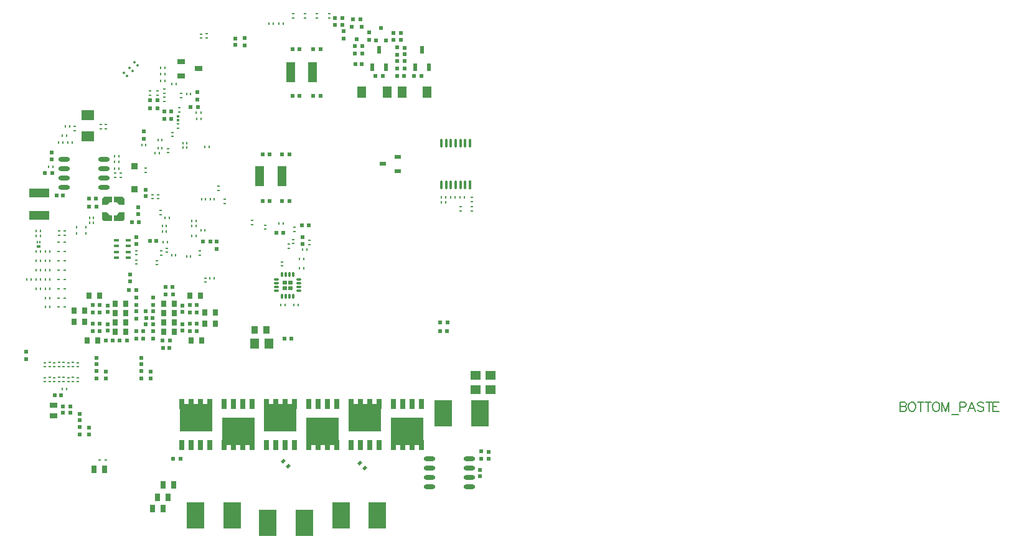
<source format=gbp>
G04*
G04 #@! TF.GenerationSoftware,Altium Limited,Altium Designer,24.1.2 (44)*
G04*
G04 Layer_Color=128*
%FSLAX44Y44*%
%MOMM*%
G71*
G04*
G04 #@! TF.SameCoordinates,3E41DE66-C22E-4A43-A9AF-2340ABB4EF3F*
G04*
G04*
G04 #@! TF.FilePolarity,Positive*
G04*
G01*
G75*
%ADD20C,0.1778*%
%ADD47R,0.9500X1.0000*%
%ADD59R,0.3200X0.2600*%
%ADD60R,0.6200X0.6200*%
%ADD61R,0.2600X0.3200*%
%ADD62R,0.6200X0.6200*%
%ADD64R,1.7780X1.3970*%
%ADD65R,0.2500X0.3000*%
%ADD66R,0.5000X0.4750*%
%ADD67O,0.3500X1.2500*%
%ADD68R,0.3500X1.2500*%
%ADD71R,0.3600X0.2500*%
%ADD74R,1.4500X1.1500*%
%ADD78R,1.1500X2.7000*%
%ADD79R,0.7700X0.9800*%
G04:AMPARAMS|DCode=81|XSize=0.5mm|YSize=0.475mm|CornerRadius=0mm|HoleSize=0mm|Usage=FLASHONLY|Rotation=225.000|XOffset=0mm|YOffset=0mm|HoleType=Round|Shape=Rectangle|*
%AMROTATEDRECTD81*
4,1,4,0.0088,0.3447,0.3447,0.0088,-0.0088,-0.3447,-0.3447,-0.0088,0.0088,0.3447,0.0*
%
%ADD81ROTATEDRECTD81*%

%ADD83R,0.4750X0.5000*%
%ADD191O,0.7874X0.2794*%
%ADD192O,0.2794X0.7874*%
%ADD194R,0.5000X0.5000*%
%ADD195R,4.5200X3.8500*%
%ADD196R,0.7100X1.3720*%
%ADD197O,1.5500X0.6000*%
%ADD198R,0.6000X1.0000*%
%ADD199R,1.0500X0.6604*%
%ADD200O,1.5500X0.6000*%
%ADD201R,0.9500X0.9000*%
%ADD202R,2.4892X3.6068*%
%ADD203R,1.2500X1.5000*%
%ADD204R,0.6500X0.9000*%
%ADD205R,0.3000X0.2500*%
%ADD207R,0.4000X0.3000*%
%ADD208R,0.9800X0.7700*%
%ADD209R,0.8000X0.4000*%
%ADD211R,1.1500X1.4500*%
%ADD212R,0.6000X0.3500*%
%ADD213R,0.1905X0.3500*%
%ADD214R,0.9500X0.6000*%
%ADD215R,2.7000X1.1500*%
%ADD216R,0.2500X0.3600*%
G04:AMPARAMS|DCode=217|XSize=0.3mm|YSize=0.25mm|CornerRadius=0mm|HoleSize=0mm|Usage=FLASHONLY|Rotation=225.000|XOffset=0mm|YOffset=0mm|HoleType=Round|Shape=Rectangle|*
%AMROTATEDRECTD217*
4,1,4,0.0177,0.1945,0.1945,0.0177,-0.0177,-0.1945,-0.1945,-0.0177,0.0177,0.1945,0.0*
%
%ADD217ROTATEDRECTD217*%

G36*
X-238760Y95250D02*
X-242570D01*
X-245745Y99060D01*
X-252730D01*
Y90170D01*
X-250190Y87630D01*
X-238760D01*
Y95250D01*
D01*
D02*
G37*
G36*
X-222250Y99060D02*
X-229235D01*
X-232410Y95250D01*
X-236220D01*
Y87630D01*
X-224790D01*
X-222250Y90170D01*
Y99060D01*
D01*
D02*
G37*
G36*
X-238760Y120650D02*
X-250190D01*
X-252730Y118110D01*
Y109220D01*
X-245745D01*
X-242570Y113030D01*
X-238760D01*
Y120650D01*
D01*
D02*
G37*
G36*
X-222250Y118110D02*
X-224790Y120650D01*
X-236220D01*
Y113030D01*
X-232410D01*
X-229235Y109220D01*
X-222250D01*
Y118110D01*
D01*
D02*
G37*
G36*
X-1016Y-6604D02*
X-6604D01*
Y-1016D01*
X-1016D01*
Y-6604D01*
D02*
G37*
G36*
Y1016D02*
X-6604D01*
Y6604D01*
X-1016D01*
Y1016D01*
D02*
G37*
G36*
X6604Y-6604D02*
X1016D01*
Y-1016D01*
X6604D01*
Y-6604D01*
D02*
G37*
G36*
Y1016D02*
X1016D01*
Y6604D01*
X6604D01*
Y1016D01*
D02*
G37*
D20*
X833120Y-158753D02*
Y-171450D01*
Y-158753D02*
X838562D01*
X840376Y-159357D01*
X840980Y-159962D01*
X841585Y-161171D01*
Y-162381D01*
X840980Y-163590D01*
X840376Y-164194D01*
X838562Y-164799D01*
X833120D02*
X838562D01*
X840376Y-165404D01*
X840980Y-166008D01*
X841585Y-167218D01*
Y-169032D01*
X840980Y-170241D01*
X840376Y-170845D01*
X838562Y-171450D01*
X833120D01*
X848054Y-158753D02*
X846845Y-159357D01*
X845636Y-160567D01*
X845031Y-161776D01*
X844427Y-163590D01*
Y-166613D01*
X845031Y-168427D01*
X845636Y-169636D01*
X846845Y-170845D01*
X848054Y-171450D01*
X850473D01*
X851682Y-170845D01*
X852891Y-169636D01*
X853496Y-168427D01*
X854101Y-166613D01*
Y-163590D01*
X853496Y-161776D01*
X852891Y-160567D01*
X851682Y-159357D01*
X850473Y-158753D01*
X848054D01*
X861296D02*
Y-171450D01*
X857063Y-158753D02*
X865528D01*
X871272D02*
Y-171450D01*
X867040Y-158753D02*
X875505D01*
X880644D02*
X879435Y-159357D01*
X878226Y-160567D01*
X877621Y-161776D01*
X877016Y-163590D01*
Y-166613D01*
X877621Y-168427D01*
X878226Y-169636D01*
X879435Y-170845D01*
X880644Y-171450D01*
X883063D01*
X884272Y-170845D01*
X885481Y-169636D01*
X886086Y-168427D01*
X886690Y-166613D01*
Y-163590D01*
X886086Y-161776D01*
X885481Y-160567D01*
X884272Y-159357D01*
X883063Y-158753D01*
X880644D01*
X889653D02*
Y-171450D01*
Y-158753D02*
X894490Y-171450D01*
X899327Y-158753D02*
X894490Y-171450D01*
X899327Y-158753D02*
Y-171450D01*
X902955Y-175682D02*
X912629D01*
X914262Y-165404D02*
X919703D01*
X921517Y-164799D01*
X922122Y-164194D01*
X922727Y-162985D01*
Y-161171D01*
X922122Y-159962D01*
X921517Y-159357D01*
X919703Y-158753D01*
X914262D01*
Y-171450D01*
X935242D02*
X930405Y-158753D01*
X925568Y-171450D01*
X927382Y-167218D02*
X933428D01*
X946670Y-160567D02*
X945461Y-159357D01*
X943647Y-158753D01*
X941228D01*
X939414Y-159357D01*
X938205Y-160567D01*
Y-161776D01*
X938810Y-162985D01*
X939414Y-163590D01*
X940624Y-164194D01*
X944251Y-165404D01*
X945461Y-166008D01*
X946065Y-166613D01*
X946670Y-167822D01*
Y-169636D01*
X945461Y-170845D01*
X943647Y-171450D01*
X941228D01*
X939414Y-170845D01*
X938205Y-169636D01*
X953744Y-158753D02*
Y-171450D01*
X949512Y-158753D02*
X957977D01*
X967348D02*
X959488D01*
Y-171450D01*
X967348D01*
X959488Y-164799D02*
X964325D01*
D47*
X-28831Y-60960D02*
D03*
X-44831D02*
D03*
D59*
X7620Y56990D02*
D03*
Y62390D02*
D03*
X-30975Y76243D02*
D03*
Y81643D02*
D03*
X-330200Y-125570D02*
D03*
Y-130970D02*
D03*
X-317500Y-125570D02*
D03*
Y-130970D02*
D03*
X250190Y106840D02*
D03*
Y101440D02*
D03*
X-285750Y-130970D02*
D03*
Y-125570D02*
D03*
X-298450Y-130970D02*
D03*
Y-125570D02*
D03*
X-285750Y-105250D02*
D03*
Y-110650D02*
D03*
X-298450D02*
D03*
Y-105250D02*
D03*
X-330200Y-110650D02*
D03*
Y-105250D02*
D03*
X-317500Y-110650D02*
D03*
Y-105250D02*
D03*
X-148820Y213993D02*
D03*
Y219393D02*
D03*
X-162321Y185640D02*
D03*
Y180240D02*
D03*
X-156540Y202742D02*
D03*
Y208141D02*
D03*
X-193074Y153769D02*
D03*
Y159169D02*
D03*
X-253999Y213200D02*
D03*
Y218600D02*
D03*
X-247649Y213200D02*
D03*
Y218600D02*
D03*
X-119380Y46642D02*
D03*
Y41242D02*
D03*
X-163936Y50642D02*
D03*
Y45242D02*
D03*
X-7620Y31910D02*
D03*
Y26510D02*
D03*
X-171736Y41342D02*
D03*
Y46742D02*
D03*
X-205740Y47150D02*
D03*
Y41750D02*
D03*
X-178239Y33743D02*
D03*
Y28343D02*
D03*
X-205740Y34450D02*
D03*
Y29050D02*
D03*
X-183641Y123350D02*
D03*
Y117950D02*
D03*
X-176021D02*
D03*
Y123350D02*
D03*
X-111760Y9812D02*
D03*
Y4412D02*
D03*
X-234951Y152560D02*
D03*
Y147160D02*
D03*
X-227331Y152560D02*
D03*
Y147160D02*
D03*
X-118109Y336390D02*
D03*
Y341790D02*
D03*
X-167639Y261460D02*
D03*
Y266860D02*
D03*
D60*
X19629Y81280D02*
D03*
X28629D02*
D03*
X-14986Y71374D02*
D03*
X-5986D02*
D03*
X-314379Y121919D02*
D03*
X-305379D02*
D03*
X-269929Y118109D02*
D03*
X-260929D02*
D03*
X-33709Y114299D02*
D03*
X-24709D02*
D03*
Y177799D02*
D03*
X-33709D02*
D03*
X216589Y-62229D02*
D03*
X207589D02*
D03*
X-4318Y-72390D02*
D03*
X4682D02*
D03*
X-123769Y-26670D02*
D03*
X-132769D02*
D03*
X-192461Y-44450D02*
D03*
X-183461D02*
D03*
X-165791Y-2540D02*
D03*
X-156791D02*
D03*
X-132771Y-36830D02*
D03*
X-123771D02*
D03*
X-132769Y-62230D02*
D03*
X-123769D02*
D03*
X-264851Y-26670D02*
D03*
X-255851D02*
D03*
X-169601Y-85090D02*
D03*
X-160601D02*
D03*
X-132771Y-52070D02*
D03*
X-123771D02*
D03*
X-255849Y-36830D02*
D03*
X-264849D02*
D03*
X-264851Y-62230D02*
D03*
X-255851D02*
D03*
X-247071Y-74930D02*
D03*
X-238071D02*
D03*
X-255849Y-52070D02*
D03*
X-264849D02*
D03*
X15931Y257809D02*
D03*
X6931D02*
D03*
X15931Y321309D02*
D03*
X6931D02*
D03*
X-307919Y-149860D02*
D03*
X-316919D02*
D03*
X149169Y284480D02*
D03*
X158169D02*
D03*
X92019Y300991D02*
D03*
X101019D02*
D03*
X-187635Y60198D02*
D03*
X-178635D02*
D03*
X-211511Y85598D02*
D03*
X-202511D02*
D03*
D61*
X-336390Y45720D02*
D03*
X-341790Y45720D02*
D03*
X-349090Y7620D02*
D03*
X-354490Y7620D02*
D03*
X-300830Y-140970D02*
D03*
X-306230D02*
D03*
X234790Y119380D02*
D03*
X240190D02*
D03*
X-137320Y260350D02*
D03*
X-131920D02*
D03*
X-117950Y226060D02*
D03*
X-123350D02*
D03*
X-152010Y273547D02*
D03*
X-157410D02*
D03*
X-142519Y187338D02*
D03*
X-137119D02*
D03*
X-142519Y193545D02*
D03*
X-137119D02*
D03*
X-176272Y197941D02*
D03*
X-170872D02*
D03*
X-180023Y179939D02*
D03*
X-174622D02*
D03*
X-193132Y190440D02*
D03*
X-198532D02*
D03*
X-176272Y186182D02*
D03*
X-170872D02*
D03*
X-264000Y85090D02*
D03*
X-269400D02*
D03*
X-264000Y91441D02*
D03*
X-269400D02*
D03*
X-130239Y87593D02*
D03*
X-124838D02*
D03*
X-130239Y81093D02*
D03*
X-124838D02*
D03*
X-130239Y66793D02*
D03*
X-124838D02*
D03*
X-131988Y39491D02*
D03*
X-137388D02*
D03*
X-163868Y58991D02*
D03*
X-169268D02*
D03*
X227490Y119380D02*
D03*
X222090D02*
D03*
X-165138Y73290D02*
D03*
X-170538D02*
D03*
X-6190Y83820D02*
D03*
X-11590D02*
D03*
X-165138Y81090D02*
D03*
X-170538D02*
D03*
X-161130Y91440D02*
D03*
X-166530D02*
D03*
X-152240Y40640D02*
D03*
X-157640D02*
D03*
X-117762Y74930D02*
D03*
X-112362D02*
D03*
X-117000Y117349D02*
D03*
X-111600D02*
D03*
X-100170Y9651D02*
D03*
X-105570D02*
D03*
X-105062Y117347D02*
D03*
X-99662D02*
D03*
X-11590Y355600D02*
D03*
X-6190D02*
D03*
X20414Y48260D02*
D03*
X25814D02*
D03*
D62*
X-321309Y171451D02*
D03*
Y180451D02*
D03*
X261619Y-259771D02*
D03*
Y-250771D02*
D03*
X273049Y-235641D02*
D03*
Y-226641D02*
D03*
X-186690Y-117419D02*
D03*
Y-126419D02*
D03*
X-247650Y-117419D02*
D03*
Y-126419D02*
D03*
X-270510Y-193619D02*
D03*
Y-202619D02*
D03*
X-199390Y-98369D02*
D03*
Y-107369D02*
D03*
X-260350Y-98369D02*
D03*
Y-107369D02*
D03*
X-283210Y-174569D02*
D03*
Y-183569D02*
D03*
X-143510Y-27249D02*
D03*
Y-36249D02*
D03*
Y-61651D02*
D03*
Y-52651D02*
D03*
X-245110Y-27249D02*
D03*
Y-36249D02*
D03*
X-214630Y14661D02*
D03*
Y5661D02*
D03*
X-245110Y-61651D02*
D03*
Y-52651D02*
D03*
X-306070Y-164409D02*
D03*
Y-173409D02*
D03*
X-295910Y-164409D02*
D03*
Y-173409D02*
D03*
X158750Y314269D02*
D03*
Y323269D02*
D03*
X-205740Y56459D02*
D03*
Y65459D02*
D03*
X-193040Y130231D02*
D03*
Y121231D02*
D03*
X-203201Y97099D02*
D03*
Y106099D02*
D03*
X-71119Y335971D02*
D03*
Y326971D02*
D03*
X20320Y65461D02*
D03*
Y56461D02*
D03*
D64*
X-271781Y202565D02*
D03*
Y231775D02*
D03*
D65*
X-336090Y33020D02*
D03*
X-342090Y33020D02*
D03*
X-336090Y-5080D02*
D03*
X-342090Y-5080D02*
D03*
X-329390Y-29210D02*
D03*
X-323390D02*
D03*
X-329390Y-17780D02*
D03*
X-323390Y-17780D02*
D03*
X-329390Y-5080D02*
D03*
X-323390Y-5080D02*
D03*
X-329390Y7620D02*
D03*
X-323390Y7620D02*
D03*
X-329390Y20320D02*
D03*
X-323390Y20320D02*
D03*
X-329390Y45720D02*
D03*
X-323390D02*
D03*
X-342090Y7620D02*
D03*
X-336090D02*
D03*
Y73660D02*
D03*
X-342090Y73660D02*
D03*
X-336090Y67310D02*
D03*
X-342090Y67310D02*
D03*
X-311610Y194310D02*
D03*
X-305610D02*
D03*
X-296720Y215900D02*
D03*
X-302720D02*
D03*
X-106676Y188341D02*
D03*
X-112676D02*
D03*
X-124158Y234950D02*
D03*
X-118158D02*
D03*
X-173180Y278130D02*
D03*
X-167180D02*
D03*
X-173180Y287021D02*
D03*
X-167180D02*
D03*
X-173180Y295911D02*
D03*
X-167180D02*
D03*
X-235411Y175260D02*
D03*
X-229411D02*
D03*
Y167642D02*
D03*
X-235411D02*
D03*
X-229410Y158751D02*
D03*
X-235410D02*
D03*
X8430Y-26670D02*
D03*
X14430D02*
D03*
X-325580Y161289D02*
D03*
X-319580D02*
D03*
X16050Y22860D02*
D03*
X22050D02*
D03*
X16050Y35560D02*
D03*
X22050D02*
D03*
X-336090Y20320D02*
D03*
X-342090Y20320D02*
D03*
X-329390Y33020D02*
D03*
X-323390Y33020D02*
D03*
X-3350Y-26670D02*
D03*
X-9350D02*
D03*
X215090Y113030D02*
D03*
X209090D02*
D03*
Y119380D02*
D03*
X215090D02*
D03*
X-298910Y194310D02*
D03*
X-292910D02*
D03*
X-19860Y355600D02*
D03*
X-25860D02*
D03*
X-306530Y203200D02*
D03*
X-300530D02*
D03*
D66*
X-96521Y49485D02*
D03*
Y59735D02*
D03*
X-260350Y-127044D02*
D03*
Y-116794D02*
D03*
X-199390D02*
D03*
Y-127044D02*
D03*
X262891Y-226015D02*
D03*
Y-236265D02*
D03*
X-283210Y-192994D02*
D03*
Y-203244D02*
D03*
X-182880Y-26716D02*
D03*
Y-16466D02*
D03*
Y-62184D02*
D03*
Y-72434D02*
D03*
X-205740Y-26716D02*
D03*
Y-16466D02*
D03*
Y-35514D02*
D03*
Y-45764D02*
D03*
Y-62184D02*
D03*
Y-72434D02*
D03*
X-196850Y-62184D02*
D03*
Y-72434D02*
D03*
X110490Y333964D02*
D03*
Y344214D02*
D03*
X148590Y323896D02*
D03*
Y313646D02*
D03*
X76200Y345486D02*
D03*
Y335236D02*
D03*
X-58421Y326345D02*
D03*
Y336595D02*
D03*
X-177419Y251383D02*
D03*
Y241133D02*
D03*
X-186829Y251383D02*
D03*
Y241133D02*
D03*
X-196089Y209594D02*
D03*
Y199344D02*
D03*
X-355600Y-100376D02*
D03*
Y-90126D02*
D03*
X-158750Y236265D02*
D03*
Y226015D02*
D03*
X-167640Y236265D02*
D03*
Y226015D02*
D03*
X-123190Y262935D02*
D03*
Y252685D02*
D03*
D67*
X241600Y136850D02*
D03*
X235100D02*
D03*
X228600D02*
D03*
X222100D02*
D03*
X215600D02*
D03*
X209100D02*
D03*
X248100Y193350D02*
D03*
X241600D02*
D03*
X235100D02*
D03*
X228600D02*
D03*
X222100D02*
D03*
X215600D02*
D03*
X209100D02*
D03*
D68*
X248100Y136850D02*
D03*
D71*
X-255659Y-237490D02*
D03*
X-247259D02*
D03*
X-303141Y-17780D02*
D03*
X-311541D02*
D03*
X-303141Y-29210D02*
D03*
X-311541D02*
D03*
X-303141Y-5080D02*
D03*
X-311541D02*
D03*
X-303141Y7620D02*
D03*
X-311541D02*
D03*
X-303141Y20320D02*
D03*
X-311541D02*
D03*
X-303141Y33020D02*
D03*
X-311541D02*
D03*
X-303141Y45720D02*
D03*
X-311541D02*
D03*
X-303141Y58420D02*
D03*
X-311541D02*
D03*
D74*
X275589Y-142080D02*
D03*
Y-122080D02*
D03*
X255269Y-142080D02*
D03*
Y-122080D02*
D03*
D78*
X34053Y289557D02*
D03*
X4053D02*
D03*
X-7857Y148588D02*
D03*
X-37857D02*
D03*
D79*
X-263690Y-250190D02*
D03*
X-249390D02*
D03*
X-183680Y-303530D02*
D03*
X-169380D02*
D03*
X-177330Y-288290D02*
D03*
X-163030D02*
D03*
X-169710Y-271780D02*
D03*
X-155410D02*
D03*
D81*
X105223Y-248733D02*
D03*
X97976Y-241486D02*
D03*
X1083Y-246193D02*
D03*
X-6164Y-238946D02*
D03*
D83*
X-132126Y242570D02*
D03*
X-121876D02*
D03*
X-115615Y59691D02*
D03*
X-105365D02*
D03*
X2585Y177799D02*
D03*
X-7665D02*
D03*
X2585Y114299D02*
D03*
X-7665D02*
D03*
X217215Y-50801D02*
D03*
X206965D02*
D03*
X64216Y354330D02*
D03*
X74466D02*
D03*
X64216Y363220D02*
D03*
X74466D02*
D03*
X-155910Y-12700D02*
D03*
X-166160D02*
D03*
X-182834Y-35560D02*
D03*
X-193084D02*
D03*
X-159974Y-74930D02*
D03*
X-170224D02*
D03*
X-182834Y-53340D02*
D03*
X-193084D02*
D03*
X-215946Y-6350D02*
D03*
X-205696D02*
D03*
X-228900Y-74930D02*
D03*
X-218650D02*
D03*
X-330245Y152401D02*
D03*
X-319995D02*
D03*
X99106Y361950D02*
D03*
X88856D02*
D03*
X143464Y334010D02*
D03*
X153714D02*
D03*
X153716Y342900D02*
D03*
X143466D02*
D03*
X148544Y304800D02*
D03*
X158794D02*
D03*
X91395Y325121D02*
D03*
X101645D02*
D03*
X158796Y294640D02*
D03*
X148546D02*
D03*
X101645Y314959D02*
D03*
X91395D02*
D03*
X129586Y284480D02*
D03*
X119336D02*
D03*
X181656D02*
D03*
X171406D02*
D03*
X44495Y321309D02*
D03*
X34245D02*
D03*
X44495Y257809D02*
D03*
X34245D02*
D03*
X-270555Y106681D02*
D03*
X-260305D02*
D03*
X-156256Y-236220D02*
D03*
X-146006D02*
D03*
D191*
X14937Y-7500D02*
D03*
Y-2500D02*
D03*
Y2500D02*
D03*
Y7500D02*
D03*
X-14937Y-7500D02*
D03*
Y-2500D02*
D03*
Y2500D02*
D03*
Y7500D02*
D03*
D192*
X-7500Y14937D02*
D03*
Y-14937D02*
D03*
X-2500Y14937D02*
D03*
Y-14937D02*
D03*
X2500Y14937D02*
D03*
Y-14937D02*
D03*
X7500Y14937D02*
D03*
Y-14937D02*
D03*
D194*
X93980Y334399D02*
D03*
X100480Y351399D02*
D03*
X87480D02*
D03*
X127000Y350131D02*
D03*
X120500Y333131D02*
D03*
X133500D02*
D03*
D195*
X162543Y-198883D02*
D03*
X-67352D02*
D03*
X105069Y-180084D02*
D03*
X-9878D02*
D03*
X-124825D02*
D03*
X47595Y-198883D02*
D03*
D196*
X181593Y-217185D02*
D03*
X168893D02*
D03*
X156193D02*
D03*
X143493D02*
D03*
X181593Y-161785D02*
D03*
X168893D02*
D03*
X156193D02*
D03*
X143493D02*
D03*
X-86402D02*
D03*
X-73702D02*
D03*
X-61002D02*
D03*
X-48302D02*
D03*
X-86402Y-217185D02*
D03*
X-73702D02*
D03*
X-61002D02*
D03*
X-48302D02*
D03*
X86019Y-161782D02*
D03*
X98719D02*
D03*
X111419D02*
D03*
X124119D02*
D03*
X86019Y-217182D02*
D03*
X98719D02*
D03*
X111419D02*
D03*
X124119D02*
D03*
X-28928Y-161782D02*
D03*
X-16228D02*
D03*
X-3528D02*
D03*
X9172D02*
D03*
X-28928Y-217182D02*
D03*
X-16228D02*
D03*
X-3528D02*
D03*
X9172D02*
D03*
X-143876Y-161782D02*
D03*
X-131175D02*
D03*
X-118476D02*
D03*
X-105775D02*
D03*
X-143876Y-217182D02*
D03*
X-131175D02*
D03*
X-118476D02*
D03*
X-105775D02*
D03*
X28545Y-161785D02*
D03*
X41245D02*
D03*
X53945D02*
D03*
X66645D02*
D03*
X28545Y-217185D02*
D03*
X41245D02*
D03*
X53945D02*
D03*
X66645D02*
D03*
D197*
X192710Y-274319D02*
D03*
Y-261619D02*
D03*
Y-248919D02*
D03*
Y-236219D02*
D03*
X246710D02*
D03*
Y-248919D02*
D03*
Y-261619D02*
D03*
Y-274319D02*
D03*
D198*
X182880Y320611D02*
D03*
X173380Y296611D02*
D03*
X192380D02*
D03*
X124461Y320611D02*
D03*
X114961Y296611D02*
D03*
X133961D02*
D03*
D199*
X-121600Y294640D02*
D03*
X-145100Y304140D02*
D03*
Y285140D02*
D03*
D200*
X-303860Y133351D02*
D03*
Y146051D02*
D03*
Y158751D02*
D03*
Y171451D02*
D03*
X-249860Y133351D02*
D03*
Y146051D02*
D03*
Y158751D02*
D03*
Y171451D02*
D03*
D201*
X-208283Y161799D02*
D03*
Y130299D02*
D03*
D202*
X261167Y-173990D02*
D03*
X211274D02*
D03*
X122181Y-312980D02*
D03*
X72288D02*
D03*
X22718Y-322858D02*
D03*
X-27174D02*
D03*
X-75167Y-312980D02*
D03*
X-125059D02*
D03*
D203*
X189969Y262890D02*
D03*
X155469D02*
D03*
X100861D02*
D03*
X135361D02*
D03*
D204*
X-234579Y-50800D02*
D03*
X-220079D02*
D03*
X-118481Y-13970D02*
D03*
X-132981D02*
D03*
X-154041Y-25400D02*
D03*
X-168541D02*
D03*
X-98161Y-36830D02*
D03*
X-112661D02*
D03*
X-154041Y-38100D02*
D03*
X-168541D02*
D03*
X-117211Y-74930D02*
D03*
X-131711D02*
D03*
X-154041Y-63500D02*
D03*
X-168541D02*
D03*
X-98161Y-52070D02*
D03*
X-112661D02*
D03*
X-154041Y-50800D02*
D03*
X-168541D02*
D03*
X-270139Y-13970D02*
D03*
X-255639D02*
D03*
X-234579Y-25400D02*
D03*
X-220079D02*
D03*
X-275959Y-34290D02*
D03*
X-290459D02*
D03*
X-234579Y-38100D02*
D03*
X-220079D02*
D03*
X-272679Y-74930D02*
D03*
X-258179D02*
D03*
X-234579Y-63500D02*
D03*
X-220079D02*
D03*
X-290459Y-49530D02*
D03*
X-275959D02*
D03*
D205*
X-144780Y254810D02*
D03*
Y260810D02*
D03*
X-48261Y88090D02*
D03*
Y82090D02*
D03*
X-172466Y96060D02*
D03*
Y102060D02*
D03*
X-303530Y74120D02*
D03*
Y68120D02*
D03*
X-311150D02*
D03*
X-311150Y74120D02*
D03*
Y-125270D02*
D03*
Y-131270D02*
D03*
X-323850D02*
D03*
X-323850Y-125270D02*
D03*
X234950Y107140D02*
D03*
Y101140D02*
D03*
X250190Y119840D02*
D03*
Y113840D02*
D03*
X-304800Y-131270D02*
D03*
X-304800Y-125270D02*
D03*
X-292100Y-131270D02*
D03*
Y-125270D02*
D03*
X-304800Y-110950D02*
D03*
Y-104950D02*
D03*
X-292100D02*
D03*
Y-110950D02*
D03*
X-311150Y-104950D02*
D03*
Y-110950D02*
D03*
X-323850Y-104950D02*
D03*
Y-110950D02*
D03*
X7112Y363268D02*
D03*
Y369268D02*
D03*
X23541Y363268D02*
D03*
Y369268D02*
D03*
X-147320Y241760D02*
D03*
Y235760D02*
D03*
X39969Y363268D02*
D03*
Y369268D02*
D03*
X-85598Y111300D02*
D03*
Y117300D02*
D03*
X-93981Y129081D02*
D03*
Y135081D02*
D03*
X56398Y363268D02*
D03*
Y369268D02*
D03*
X-177419Y258496D02*
D03*
Y264496D02*
D03*
X-186829Y258496D02*
D03*
Y264496D02*
D03*
X-110489Y336090D02*
D03*
Y342090D02*
D03*
X-289560Y216360D02*
D03*
Y210360D02*
D03*
X-167641Y255730D02*
D03*
Y249730D02*
D03*
X8890Y73200D02*
D03*
Y79200D02*
D03*
X1270Y50340D02*
D03*
Y56340D02*
D03*
X29210Y61420D02*
D03*
Y55420D02*
D03*
D207*
X-148820Y229595D02*
D03*
Y224795D02*
D03*
D208*
X-318770Y-177330D02*
D03*
Y-163030D02*
D03*
D209*
X-232789Y37529D02*
D03*
Y45529D02*
D03*
Y53529D02*
D03*
Y61529D02*
D03*
X-216789Y37529D02*
D03*
Y45529D02*
D03*
Y61529D02*
D03*
Y53529D02*
D03*
D211*
X-25146Y-78994D02*
D03*
X-45146D02*
D03*
D212*
X-339090Y52629D02*
D03*
D213*
X-337340Y59129D02*
D03*
X-340840D02*
D03*
D214*
X149949Y174599D02*
D03*
Y155599D02*
D03*
X129449Y165099D02*
D03*
D215*
X-337817Y125492D02*
D03*
Y95492D02*
D03*
D216*
X-274320Y70731D02*
D03*
Y79131D02*
D03*
X-287020Y70731D02*
D03*
Y79131D02*
D03*
D217*
X-222593Y289141D02*
D03*
X-218351Y284899D02*
D03*
X-210731Y291757D02*
D03*
X-214973Y295999D02*
D03*
X-208115Y303365D02*
D03*
X-203873Y299123D02*
D03*
M02*

</source>
